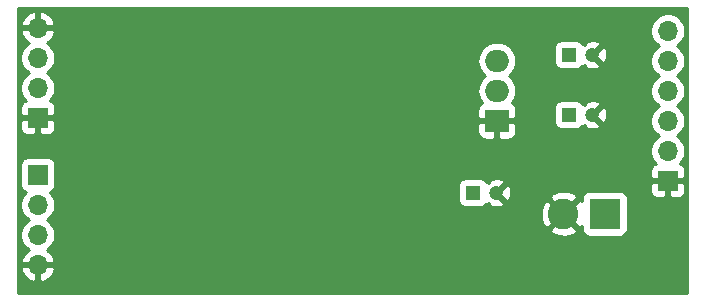
<source format=gbr>
G04 #@! TF.GenerationSoftware,KiCad,Pcbnew,5.1.5+dfsg1-2build2*
G04 #@! TF.CreationDate,2020-08-14T16:11:21+02:00*
G04 #@! TF.ProjectId,carrierboard_aisler,63617272-6965-4726-926f-6172645f6169,1*
G04 #@! TF.SameCoordinates,Original*
G04 #@! TF.FileFunction,Copper,L2,Bot*
G04 #@! TF.FilePolarity,Positive*
%FSLAX46Y46*%
G04 Gerber Fmt 4.6, Leading zero omitted, Abs format (unit mm)*
G04 Created by KiCad (PCBNEW 5.1.5+dfsg1-2build2) date 2020-08-14 16:11:21*
%MOMM*%
%LPD*%
G04 APERTURE LIST*
%ADD10O,1.700000X1.700000*%
%ADD11R,1.700000X1.700000*%
%ADD12O,2.000000X1.905000*%
%ADD13R,2.000000X1.905000*%
%ADD14C,2.600000*%
%ADD15R,2.600000X2.600000*%
%ADD16C,1.200000*%
%ADD17R,1.200000X1.200000*%
%ADD18C,0.800000*%
%ADD19C,0.254000*%
G04 APERTURE END LIST*
D10*
X150114000Y-94488000D03*
X150114000Y-97028000D03*
X150114000Y-99568000D03*
X150114000Y-102108000D03*
X150114000Y-104648000D03*
D11*
X150114000Y-107188000D03*
D10*
X96774000Y-94234000D03*
X96774000Y-96774000D03*
X96774000Y-99314000D03*
D11*
X96774000Y-101854000D03*
D10*
X96774000Y-114300000D03*
X96774000Y-111760000D03*
X96774000Y-109220000D03*
D11*
X96774000Y-106680000D03*
D12*
X135636000Y-97028000D03*
X135636000Y-99568000D03*
D13*
X135636000Y-102108000D03*
D14*
X141280000Y-109982000D03*
D15*
X144780000Y-109982000D03*
D16*
X143732000Y-101600000D03*
D17*
X141732000Y-101600000D03*
D16*
X135604000Y-108204000D03*
D17*
X133604000Y-108204000D03*
D16*
X143732000Y-96520000D03*
D17*
X141732000Y-96520000D03*
D18*
X126746000Y-111252000D03*
D19*
G36*
X151765000Y-116713000D02*
G01*
X95123000Y-116713000D01*
X95123000Y-114656890D01*
X95332524Y-114656890D01*
X95377175Y-114804099D01*
X95502359Y-115066920D01*
X95676412Y-115300269D01*
X95892645Y-115495178D01*
X96142748Y-115644157D01*
X96417109Y-115741481D01*
X96647000Y-115620814D01*
X96647000Y-114427000D01*
X96901000Y-114427000D01*
X96901000Y-115620814D01*
X97130891Y-115741481D01*
X97405252Y-115644157D01*
X97655355Y-115495178D01*
X97871588Y-115300269D01*
X98045641Y-115066920D01*
X98170825Y-114804099D01*
X98215476Y-114656890D01*
X98094155Y-114427000D01*
X96901000Y-114427000D01*
X96647000Y-114427000D01*
X95453845Y-114427000D01*
X95332524Y-114656890D01*
X95123000Y-114656890D01*
X95123000Y-105830000D01*
X95285928Y-105830000D01*
X95285928Y-107530000D01*
X95298188Y-107654482D01*
X95334498Y-107774180D01*
X95393463Y-107884494D01*
X95472815Y-107981185D01*
X95569506Y-108060537D01*
X95679820Y-108119502D01*
X95752380Y-108141513D01*
X95620525Y-108273368D01*
X95458010Y-108516589D01*
X95346068Y-108786842D01*
X95289000Y-109073740D01*
X95289000Y-109366260D01*
X95346068Y-109653158D01*
X95458010Y-109923411D01*
X95620525Y-110166632D01*
X95827368Y-110373475D01*
X96001760Y-110490000D01*
X95827368Y-110606525D01*
X95620525Y-110813368D01*
X95458010Y-111056589D01*
X95346068Y-111326842D01*
X95289000Y-111613740D01*
X95289000Y-111906260D01*
X95346068Y-112193158D01*
X95458010Y-112463411D01*
X95620525Y-112706632D01*
X95827368Y-112913475D01*
X96009534Y-113035195D01*
X95892645Y-113104822D01*
X95676412Y-113299731D01*
X95502359Y-113533080D01*
X95377175Y-113795901D01*
X95332524Y-113943110D01*
X95453845Y-114173000D01*
X96647000Y-114173000D01*
X96647000Y-114153000D01*
X96901000Y-114153000D01*
X96901000Y-114173000D01*
X98094155Y-114173000D01*
X98215476Y-113943110D01*
X98170825Y-113795901D01*
X98045641Y-113533080D01*
X97871588Y-113299731D01*
X97655355Y-113104822D01*
X97538466Y-113035195D01*
X97720632Y-112913475D01*
X97927475Y-112706632D01*
X98089990Y-112463411D01*
X98201932Y-112193158D01*
X98259000Y-111906260D01*
X98259000Y-111613740D01*
X98202804Y-111331224D01*
X140110381Y-111331224D01*
X140242317Y-111626312D01*
X140583045Y-111797159D01*
X140950557Y-111898250D01*
X141330729Y-111925701D01*
X141708951Y-111878457D01*
X142070690Y-111758333D01*
X142317683Y-111626312D01*
X142449619Y-111331224D01*
X141280000Y-110161605D01*
X140110381Y-111331224D01*
X98202804Y-111331224D01*
X98201932Y-111326842D01*
X98089990Y-111056589D01*
X97927475Y-110813368D01*
X97720632Y-110606525D01*
X97546240Y-110490000D01*
X97720632Y-110373475D01*
X97927475Y-110166632D01*
X98016946Y-110032729D01*
X139336299Y-110032729D01*
X139383543Y-110410951D01*
X139503667Y-110772690D01*
X139635688Y-111019683D01*
X139930776Y-111151619D01*
X141100395Y-109982000D01*
X141459605Y-109982000D01*
X142629224Y-111151619D01*
X142841928Y-111056517D01*
X142841928Y-111282000D01*
X142854188Y-111406482D01*
X142890498Y-111526180D01*
X142949463Y-111636494D01*
X143028815Y-111733185D01*
X143125506Y-111812537D01*
X143235820Y-111871502D01*
X143355518Y-111907812D01*
X143480000Y-111920072D01*
X146080000Y-111920072D01*
X146204482Y-111907812D01*
X146324180Y-111871502D01*
X146434494Y-111812537D01*
X146531185Y-111733185D01*
X146610537Y-111636494D01*
X146669502Y-111526180D01*
X146705812Y-111406482D01*
X146718072Y-111282000D01*
X146718072Y-108682000D01*
X146705812Y-108557518D01*
X146669502Y-108437820D01*
X146610537Y-108327506D01*
X146531185Y-108230815D01*
X146434494Y-108151463D01*
X146324180Y-108092498D01*
X146204482Y-108056188D01*
X146080000Y-108043928D01*
X143480000Y-108043928D01*
X143355518Y-108056188D01*
X143235820Y-108092498D01*
X143125506Y-108151463D01*
X143028815Y-108230815D01*
X142949463Y-108327506D01*
X142890498Y-108437820D01*
X142854188Y-108557518D01*
X142841928Y-108682000D01*
X142841928Y-108907483D01*
X142629224Y-108812381D01*
X141459605Y-109982000D01*
X141100395Y-109982000D01*
X139930776Y-108812381D01*
X139635688Y-108944317D01*
X139464841Y-109285045D01*
X139363750Y-109652557D01*
X139336299Y-110032729D01*
X98016946Y-110032729D01*
X98089990Y-109923411D01*
X98201932Y-109653158D01*
X98259000Y-109366260D01*
X98259000Y-109073740D01*
X98201932Y-108786842D01*
X98089990Y-108516589D01*
X97927475Y-108273368D01*
X97795620Y-108141513D01*
X97868180Y-108119502D01*
X97978494Y-108060537D01*
X98075185Y-107981185D01*
X98154537Y-107884494D01*
X98213502Y-107774180D01*
X98249812Y-107654482D01*
X98254783Y-107604000D01*
X132365928Y-107604000D01*
X132365928Y-108804000D01*
X132378188Y-108928482D01*
X132414498Y-109048180D01*
X132473463Y-109158494D01*
X132552815Y-109255185D01*
X132649506Y-109334537D01*
X132759820Y-109393502D01*
X132879518Y-109429812D01*
X133004000Y-109442072D01*
X134204000Y-109442072D01*
X134328482Y-109429812D01*
X134448180Y-109393502D01*
X134558494Y-109334537D01*
X134655185Y-109255185D01*
X134734537Y-109158494D01*
X134758858Y-109112994D01*
X134816736Y-109170872D01*
X134933842Y-109053766D01*
X134981148Y-109277348D01*
X135202516Y-109378237D01*
X135439313Y-109434000D01*
X135682438Y-109442495D01*
X135922549Y-109403395D01*
X136150418Y-109318202D01*
X136226852Y-109277348D01*
X136274159Y-109053764D01*
X135604000Y-108383605D01*
X135589858Y-108397748D01*
X135410253Y-108218143D01*
X135424395Y-108204000D01*
X135783605Y-108204000D01*
X136453764Y-108874159D01*
X136677348Y-108826852D01*
X136765798Y-108632776D01*
X140110381Y-108632776D01*
X141280000Y-109802395D01*
X142449619Y-108632776D01*
X142317683Y-108337688D01*
X141976955Y-108166841D01*
X141609443Y-108065750D01*
X141229271Y-108038299D01*
X140851049Y-108085543D01*
X140489310Y-108205667D01*
X140242317Y-108337688D01*
X140110381Y-108632776D01*
X136765798Y-108632776D01*
X136778237Y-108605484D01*
X136834000Y-108368687D01*
X136842495Y-108125562D01*
X136828237Y-108038000D01*
X148625928Y-108038000D01*
X148638188Y-108162482D01*
X148674498Y-108282180D01*
X148733463Y-108392494D01*
X148812815Y-108489185D01*
X148909506Y-108568537D01*
X149019820Y-108627502D01*
X149139518Y-108663812D01*
X149264000Y-108676072D01*
X149828250Y-108673000D01*
X149987000Y-108514250D01*
X149987000Y-107315000D01*
X150241000Y-107315000D01*
X150241000Y-108514250D01*
X150399750Y-108673000D01*
X150964000Y-108676072D01*
X151088482Y-108663812D01*
X151208180Y-108627502D01*
X151318494Y-108568537D01*
X151415185Y-108489185D01*
X151494537Y-108392494D01*
X151553502Y-108282180D01*
X151589812Y-108162482D01*
X151602072Y-108038000D01*
X151599000Y-107473750D01*
X151440250Y-107315000D01*
X150241000Y-107315000D01*
X149987000Y-107315000D01*
X148787750Y-107315000D01*
X148629000Y-107473750D01*
X148625928Y-108038000D01*
X136828237Y-108038000D01*
X136803395Y-107885451D01*
X136718202Y-107657582D01*
X136677348Y-107581148D01*
X136453764Y-107533841D01*
X135783605Y-108204000D01*
X135424395Y-108204000D01*
X135410253Y-108189858D01*
X135589858Y-108010253D01*
X135604000Y-108024395D01*
X136274159Y-107354236D01*
X136226852Y-107130652D01*
X136005484Y-107029763D01*
X135768687Y-106974000D01*
X135525562Y-106965505D01*
X135285451Y-107004605D01*
X135057582Y-107089798D01*
X134981148Y-107130652D01*
X134933842Y-107354234D01*
X134816736Y-107237128D01*
X134758858Y-107295006D01*
X134734537Y-107249506D01*
X134655185Y-107152815D01*
X134558494Y-107073463D01*
X134448180Y-107014498D01*
X134328482Y-106978188D01*
X134204000Y-106965928D01*
X133004000Y-106965928D01*
X132879518Y-106978188D01*
X132759820Y-107014498D01*
X132649506Y-107073463D01*
X132552815Y-107152815D01*
X132473463Y-107249506D01*
X132414498Y-107359820D01*
X132378188Y-107479518D01*
X132365928Y-107604000D01*
X98254783Y-107604000D01*
X98262072Y-107530000D01*
X98262072Y-106338000D01*
X148625928Y-106338000D01*
X148629000Y-106902250D01*
X148787750Y-107061000D01*
X149987000Y-107061000D01*
X149987000Y-107041000D01*
X150241000Y-107041000D01*
X150241000Y-107061000D01*
X151440250Y-107061000D01*
X151599000Y-106902250D01*
X151602072Y-106338000D01*
X151589812Y-106213518D01*
X151553502Y-106093820D01*
X151494537Y-105983506D01*
X151415185Y-105886815D01*
X151318494Y-105807463D01*
X151208180Y-105748498D01*
X151135620Y-105726487D01*
X151267475Y-105594632D01*
X151429990Y-105351411D01*
X151541932Y-105081158D01*
X151599000Y-104794260D01*
X151599000Y-104501740D01*
X151541932Y-104214842D01*
X151429990Y-103944589D01*
X151267475Y-103701368D01*
X151060632Y-103494525D01*
X150886240Y-103378000D01*
X151060632Y-103261475D01*
X151267475Y-103054632D01*
X151429990Y-102811411D01*
X151541932Y-102541158D01*
X151599000Y-102254260D01*
X151599000Y-101961740D01*
X151541932Y-101674842D01*
X151429990Y-101404589D01*
X151267475Y-101161368D01*
X151060632Y-100954525D01*
X150886240Y-100838000D01*
X151060632Y-100721475D01*
X151267475Y-100514632D01*
X151429990Y-100271411D01*
X151541932Y-100001158D01*
X151599000Y-99714260D01*
X151599000Y-99421740D01*
X151541932Y-99134842D01*
X151429990Y-98864589D01*
X151267475Y-98621368D01*
X151060632Y-98414525D01*
X150886240Y-98298000D01*
X151060632Y-98181475D01*
X151267475Y-97974632D01*
X151429990Y-97731411D01*
X151541932Y-97461158D01*
X151599000Y-97174260D01*
X151599000Y-96881740D01*
X151541932Y-96594842D01*
X151429990Y-96324589D01*
X151267475Y-96081368D01*
X151060632Y-95874525D01*
X150886240Y-95758000D01*
X151060632Y-95641475D01*
X151267475Y-95434632D01*
X151429990Y-95191411D01*
X151541932Y-94921158D01*
X151599000Y-94634260D01*
X151599000Y-94341740D01*
X151541932Y-94054842D01*
X151429990Y-93784589D01*
X151267475Y-93541368D01*
X151060632Y-93334525D01*
X150817411Y-93172010D01*
X150547158Y-93060068D01*
X150260260Y-93003000D01*
X149967740Y-93003000D01*
X149680842Y-93060068D01*
X149410589Y-93172010D01*
X149167368Y-93334525D01*
X148960525Y-93541368D01*
X148798010Y-93784589D01*
X148686068Y-94054842D01*
X148629000Y-94341740D01*
X148629000Y-94634260D01*
X148686068Y-94921158D01*
X148798010Y-95191411D01*
X148960525Y-95434632D01*
X149167368Y-95641475D01*
X149341760Y-95758000D01*
X149167368Y-95874525D01*
X148960525Y-96081368D01*
X148798010Y-96324589D01*
X148686068Y-96594842D01*
X148629000Y-96881740D01*
X148629000Y-97174260D01*
X148686068Y-97461158D01*
X148798010Y-97731411D01*
X148960525Y-97974632D01*
X149167368Y-98181475D01*
X149341760Y-98298000D01*
X149167368Y-98414525D01*
X148960525Y-98621368D01*
X148798010Y-98864589D01*
X148686068Y-99134842D01*
X148629000Y-99421740D01*
X148629000Y-99714260D01*
X148686068Y-100001158D01*
X148798010Y-100271411D01*
X148960525Y-100514632D01*
X149167368Y-100721475D01*
X149341760Y-100838000D01*
X149167368Y-100954525D01*
X148960525Y-101161368D01*
X148798010Y-101404589D01*
X148686068Y-101674842D01*
X148629000Y-101961740D01*
X148629000Y-102254260D01*
X148686068Y-102541158D01*
X148798010Y-102811411D01*
X148960525Y-103054632D01*
X149167368Y-103261475D01*
X149341760Y-103378000D01*
X149167368Y-103494525D01*
X148960525Y-103701368D01*
X148798010Y-103944589D01*
X148686068Y-104214842D01*
X148629000Y-104501740D01*
X148629000Y-104794260D01*
X148686068Y-105081158D01*
X148798010Y-105351411D01*
X148960525Y-105594632D01*
X149092380Y-105726487D01*
X149019820Y-105748498D01*
X148909506Y-105807463D01*
X148812815Y-105886815D01*
X148733463Y-105983506D01*
X148674498Y-106093820D01*
X148638188Y-106213518D01*
X148625928Y-106338000D01*
X98262072Y-106338000D01*
X98262072Y-105830000D01*
X98249812Y-105705518D01*
X98213502Y-105585820D01*
X98154537Y-105475506D01*
X98075185Y-105378815D01*
X97978494Y-105299463D01*
X97868180Y-105240498D01*
X97748482Y-105204188D01*
X97624000Y-105191928D01*
X95924000Y-105191928D01*
X95799518Y-105204188D01*
X95679820Y-105240498D01*
X95569506Y-105299463D01*
X95472815Y-105378815D01*
X95393463Y-105475506D01*
X95334498Y-105585820D01*
X95298188Y-105705518D01*
X95285928Y-105830000D01*
X95123000Y-105830000D01*
X95123000Y-102704000D01*
X95285928Y-102704000D01*
X95298188Y-102828482D01*
X95334498Y-102948180D01*
X95393463Y-103058494D01*
X95472815Y-103155185D01*
X95569506Y-103234537D01*
X95679820Y-103293502D01*
X95799518Y-103329812D01*
X95924000Y-103342072D01*
X96488250Y-103339000D01*
X96647000Y-103180250D01*
X96647000Y-101981000D01*
X96901000Y-101981000D01*
X96901000Y-103180250D01*
X97059750Y-103339000D01*
X97624000Y-103342072D01*
X97748482Y-103329812D01*
X97868180Y-103293502D01*
X97978494Y-103234537D01*
X98075185Y-103155185D01*
X98152890Y-103060500D01*
X133997928Y-103060500D01*
X134010188Y-103184982D01*
X134046498Y-103304680D01*
X134105463Y-103414994D01*
X134184815Y-103511685D01*
X134281506Y-103591037D01*
X134391820Y-103650002D01*
X134511518Y-103686312D01*
X134636000Y-103698572D01*
X135350250Y-103695500D01*
X135509000Y-103536750D01*
X135509000Y-102235000D01*
X135763000Y-102235000D01*
X135763000Y-103536750D01*
X135921750Y-103695500D01*
X136636000Y-103698572D01*
X136760482Y-103686312D01*
X136880180Y-103650002D01*
X136990494Y-103591037D01*
X137087185Y-103511685D01*
X137166537Y-103414994D01*
X137225502Y-103304680D01*
X137261812Y-103184982D01*
X137274072Y-103060500D01*
X137271000Y-102393750D01*
X137112250Y-102235000D01*
X135763000Y-102235000D01*
X135509000Y-102235000D01*
X134159750Y-102235000D01*
X134001000Y-102393750D01*
X133997928Y-103060500D01*
X98152890Y-103060500D01*
X98154537Y-103058494D01*
X98213502Y-102948180D01*
X98249812Y-102828482D01*
X98262072Y-102704000D01*
X98259000Y-102139750D01*
X98100250Y-101981000D01*
X96901000Y-101981000D01*
X96647000Y-101981000D01*
X95447750Y-101981000D01*
X95289000Y-102139750D01*
X95285928Y-102704000D01*
X95123000Y-102704000D01*
X95123000Y-101004000D01*
X95285928Y-101004000D01*
X95289000Y-101568250D01*
X95447750Y-101727000D01*
X96647000Y-101727000D01*
X96647000Y-101707000D01*
X96901000Y-101707000D01*
X96901000Y-101727000D01*
X98100250Y-101727000D01*
X98259000Y-101568250D01*
X98262072Y-101004000D01*
X98249812Y-100879518D01*
X98213502Y-100759820D01*
X98154537Y-100649506D01*
X98075185Y-100552815D01*
X97978494Y-100473463D01*
X97868180Y-100414498D01*
X97795620Y-100392487D01*
X97927475Y-100260632D01*
X98089990Y-100017411D01*
X98201932Y-99747158D01*
X98259000Y-99460260D01*
X98259000Y-99167740D01*
X98201932Y-98880842D01*
X98089990Y-98610589D01*
X97927475Y-98367368D01*
X97720632Y-98160525D01*
X97546240Y-98044000D01*
X97720632Y-97927475D01*
X97927475Y-97720632D01*
X98089990Y-97477411D01*
X98201932Y-97207158D01*
X98237569Y-97028000D01*
X133993319Y-97028000D01*
X134023970Y-97339204D01*
X134114745Y-97638449D01*
X134262155Y-97914235D01*
X134460537Y-98155963D01*
X134633609Y-98298000D01*
X134460537Y-98440037D01*
X134262155Y-98681765D01*
X134114745Y-98957551D01*
X134023970Y-99256796D01*
X133993319Y-99568000D01*
X134023970Y-99879204D01*
X134114745Y-100178449D01*
X134262155Y-100454235D01*
X134365446Y-100580095D01*
X134281506Y-100624963D01*
X134184815Y-100704315D01*
X134105463Y-100801006D01*
X134046498Y-100911320D01*
X134010188Y-101031018D01*
X133997928Y-101155500D01*
X134001000Y-101822250D01*
X134159750Y-101981000D01*
X135509000Y-101981000D01*
X135509000Y-101961000D01*
X135763000Y-101961000D01*
X135763000Y-101981000D01*
X137112250Y-101981000D01*
X137271000Y-101822250D01*
X137274072Y-101155500D01*
X137261812Y-101031018D01*
X137252403Y-101000000D01*
X140493928Y-101000000D01*
X140493928Y-102200000D01*
X140506188Y-102324482D01*
X140542498Y-102444180D01*
X140601463Y-102554494D01*
X140680815Y-102651185D01*
X140777506Y-102730537D01*
X140887820Y-102789502D01*
X141007518Y-102825812D01*
X141132000Y-102838072D01*
X142332000Y-102838072D01*
X142456482Y-102825812D01*
X142576180Y-102789502D01*
X142686494Y-102730537D01*
X142783185Y-102651185D01*
X142862537Y-102554494D01*
X142886858Y-102508994D01*
X142944736Y-102566872D01*
X143061842Y-102449766D01*
X143109148Y-102673348D01*
X143330516Y-102774237D01*
X143567313Y-102830000D01*
X143810438Y-102838495D01*
X144050549Y-102799395D01*
X144278418Y-102714202D01*
X144354852Y-102673348D01*
X144402159Y-102449764D01*
X143732000Y-101779605D01*
X143717858Y-101793748D01*
X143538253Y-101614143D01*
X143552395Y-101600000D01*
X143911605Y-101600000D01*
X144581764Y-102270159D01*
X144805348Y-102222852D01*
X144906237Y-102001484D01*
X144962000Y-101764687D01*
X144970495Y-101521562D01*
X144931395Y-101281451D01*
X144846202Y-101053582D01*
X144805348Y-100977148D01*
X144581764Y-100929841D01*
X143911605Y-101600000D01*
X143552395Y-101600000D01*
X143538253Y-101585858D01*
X143717858Y-101406253D01*
X143732000Y-101420395D01*
X144402159Y-100750236D01*
X144354852Y-100526652D01*
X144133484Y-100425763D01*
X143896687Y-100370000D01*
X143653562Y-100361505D01*
X143413451Y-100400605D01*
X143185582Y-100485798D01*
X143109148Y-100526652D01*
X143061842Y-100750234D01*
X142944736Y-100633128D01*
X142886858Y-100691006D01*
X142862537Y-100645506D01*
X142783185Y-100548815D01*
X142686494Y-100469463D01*
X142576180Y-100410498D01*
X142456482Y-100374188D01*
X142332000Y-100361928D01*
X141132000Y-100361928D01*
X141007518Y-100374188D01*
X140887820Y-100410498D01*
X140777506Y-100469463D01*
X140680815Y-100548815D01*
X140601463Y-100645506D01*
X140542498Y-100755820D01*
X140506188Y-100875518D01*
X140493928Y-101000000D01*
X137252403Y-101000000D01*
X137225502Y-100911320D01*
X137166537Y-100801006D01*
X137087185Y-100704315D01*
X136990494Y-100624963D01*
X136906554Y-100580095D01*
X137009845Y-100454235D01*
X137157255Y-100178449D01*
X137248030Y-99879204D01*
X137278681Y-99568000D01*
X137248030Y-99256796D01*
X137157255Y-98957551D01*
X137009845Y-98681765D01*
X136811463Y-98440037D01*
X136638391Y-98298000D01*
X136811463Y-98155963D01*
X137009845Y-97914235D01*
X137157255Y-97638449D01*
X137248030Y-97339204D01*
X137278681Y-97028000D01*
X137248030Y-96716796D01*
X137157255Y-96417551D01*
X137009845Y-96141765D01*
X136827847Y-95920000D01*
X140493928Y-95920000D01*
X140493928Y-97120000D01*
X140506188Y-97244482D01*
X140542498Y-97364180D01*
X140601463Y-97474494D01*
X140680815Y-97571185D01*
X140777506Y-97650537D01*
X140887820Y-97709502D01*
X141007518Y-97745812D01*
X141132000Y-97758072D01*
X142332000Y-97758072D01*
X142456482Y-97745812D01*
X142576180Y-97709502D01*
X142686494Y-97650537D01*
X142783185Y-97571185D01*
X142862537Y-97474494D01*
X142886858Y-97428994D01*
X142944736Y-97486872D01*
X143061842Y-97369766D01*
X143109148Y-97593348D01*
X143330516Y-97694237D01*
X143567313Y-97750000D01*
X143810438Y-97758495D01*
X144050549Y-97719395D01*
X144278418Y-97634202D01*
X144354852Y-97593348D01*
X144402159Y-97369764D01*
X143732000Y-96699605D01*
X143717858Y-96713748D01*
X143538253Y-96534143D01*
X143552395Y-96520000D01*
X143911605Y-96520000D01*
X144581764Y-97190159D01*
X144805348Y-97142852D01*
X144906237Y-96921484D01*
X144962000Y-96684687D01*
X144970495Y-96441562D01*
X144931395Y-96201451D01*
X144846202Y-95973582D01*
X144805348Y-95897148D01*
X144581764Y-95849841D01*
X143911605Y-96520000D01*
X143552395Y-96520000D01*
X143538253Y-96505858D01*
X143717858Y-96326253D01*
X143732000Y-96340395D01*
X144402159Y-95670236D01*
X144354852Y-95446652D01*
X144133484Y-95345763D01*
X143896687Y-95290000D01*
X143653562Y-95281505D01*
X143413451Y-95320605D01*
X143185582Y-95405798D01*
X143109148Y-95446652D01*
X143061842Y-95670234D01*
X142944736Y-95553128D01*
X142886858Y-95611006D01*
X142862537Y-95565506D01*
X142783185Y-95468815D01*
X142686494Y-95389463D01*
X142576180Y-95330498D01*
X142456482Y-95294188D01*
X142332000Y-95281928D01*
X141132000Y-95281928D01*
X141007518Y-95294188D01*
X140887820Y-95330498D01*
X140777506Y-95389463D01*
X140680815Y-95468815D01*
X140601463Y-95565506D01*
X140542498Y-95675820D01*
X140506188Y-95795518D01*
X140493928Y-95920000D01*
X136827847Y-95920000D01*
X136811463Y-95900037D01*
X136569735Y-95701655D01*
X136293949Y-95554245D01*
X135994704Y-95463470D01*
X135761486Y-95440500D01*
X135510514Y-95440500D01*
X135277296Y-95463470D01*
X134978051Y-95554245D01*
X134702265Y-95701655D01*
X134460537Y-95900037D01*
X134262155Y-96141765D01*
X134114745Y-96417551D01*
X134023970Y-96716796D01*
X133993319Y-97028000D01*
X98237569Y-97028000D01*
X98259000Y-96920260D01*
X98259000Y-96627740D01*
X98201932Y-96340842D01*
X98089990Y-96070589D01*
X97927475Y-95827368D01*
X97720632Y-95620525D01*
X97538466Y-95498805D01*
X97655355Y-95429178D01*
X97871588Y-95234269D01*
X98045641Y-95000920D01*
X98170825Y-94738099D01*
X98215476Y-94590890D01*
X98094155Y-94361000D01*
X96901000Y-94361000D01*
X96901000Y-94381000D01*
X96647000Y-94381000D01*
X96647000Y-94361000D01*
X95453845Y-94361000D01*
X95332524Y-94590890D01*
X95377175Y-94738099D01*
X95502359Y-95000920D01*
X95676412Y-95234269D01*
X95892645Y-95429178D01*
X96009534Y-95498805D01*
X95827368Y-95620525D01*
X95620525Y-95827368D01*
X95458010Y-96070589D01*
X95346068Y-96340842D01*
X95289000Y-96627740D01*
X95289000Y-96920260D01*
X95346068Y-97207158D01*
X95458010Y-97477411D01*
X95620525Y-97720632D01*
X95827368Y-97927475D01*
X96001760Y-98044000D01*
X95827368Y-98160525D01*
X95620525Y-98367368D01*
X95458010Y-98610589D01*
X95346068Y-98880842D01*
X95289000Y-99167740D01*
X95289000Y-99460260D01*
X95346068Y-99747158D01*
X95458010Y-100017411D01*
X95620525Y-100260632D01*
X95752380Y-100392487D01*
X95679820Y-100414498D01*
X95569506Y-100473463D01*
X95472815Y-100552815D01*
X95393463Y-100649506D01*
X95334498Y-100759820D01*
X95298188Y-100879518D01*
X95285928Y-101004000D01*
X95123000Y-101004000D01*
X95123000Y-93877110D01*
X95332524Y-93877110D01*
X95453845Y-94107000D01*
X96647000Y-94107000D01*
X96647000Y-92913186D01*
X96901000Y-92913186D01*
X96901000Y-94107000D01*
X98094155Y-94107000D01*
X98215476Y-93877110D01*
X98170825Y-93729901D01*
X98045641Y-93467080D01*
X97871588Y-93233731D01*
X97655355Y-93038822D01*
X97405252Y-92889843D01*
X97130891Y-92792519D01*
X96901000Y-92913186D01*
X96647000Y-92913186D01*
X96417109Y-92792519D01*
X96142748Y-92889843D01*
X95892645Y-93038822D01*
X95676412Y-93233731D01*
X95502359Y-93467080D01*
X95377175Y-93729901D01*
X95332524Y-93877110D01*
X95123000Y-93877110D01*
X95123000Y-92583000D01*
X151765000Y-92583000D01*
X151765000Y-116713000D01*
G37*
X151765000Y-116713000D02*
X95123000Y-116713000D01*
X95123000Y-114656890D01*
X95332524Y-114656890D01*
X95377175Y-114804099D01*
X95502359Y-115066920D01*
X95676412Y-115300269D01*
X95892645Y-115495178D01*
X96142748Y-115644157D01*
X96417109Y-115741481D01*
X96647000Y-115620814D01*
X96647000Y-114427000D01*
X96901000Y-114427000D01*
X96901000Y-115620814D01*
X97130891Y-115741481D01*
X97405252Y-115644157D01*
X97655355Y-115495178D01*
X97871588Y-115300269D01*
X98045641Y-115066920D01*
X98170825Y-114804099D01*
X98215476Y-114656890D01*
X98094155Y-114427000D01*
X96901000Y-114427000D01*
X96647000Y-114427000D01*
X95453845Y-114427000D01*
X95332524Y-114656890D01*
X95123000Y-114656890D01*
X95123000Y-105830000D01*
X95285928Y-105830000D01*
X95285928Y-107530000D01*
X95298188Y-107654482D01*
X95334498Y-107774180D01*
X95393463Y-107884494D01*
X95472815Y-107981185D01*
X95569506Y-108060537D01*
X95679820Y-108119502D01*
X95752380Y-108141513D01*
X95620525Y-108273368D01*
X95458010Y-108516589D01*
X95346068Y-108786842D01*
X95289000Y-109073740D01*
X95289000Y-109366260D01*
X95346068Y-109653158D01*
X95458010Y-109923411D01*
X95620525Y-110166632D01*
X95827368Y-110373475D01*
X96001760Y-110490000D01*
X95827368Y-110606525D01*
X95620525Y-110813368D01*
X95458010Y-111056589D01*
X95346068Y-111326842D01*
X95289000Y-111613740D01*
X95289000Y-111906260D01*
X95346068Y-112193158D01*
X95458010Y-112463411D01*
X95620525Y-112706632D01*
X95827368Y-112913475D01*
X96009534Y-113035195D01*
X95892645Y-113104822D01*
X95676412Y-113299731D01*
X95502359Y-113533080D01*
X95377175Y-113795901D01*
X95332524Y-113943110D01*
X95453845Y-114173000D01*
X96647000Y-114173000D01*
X96647000Y-114153000D01*
X96901000Y-114153000D01*
X96901000Y-114173000D01*
X98094155Y-114173000D01*
X98215476Y-113943110D01*
X98170825Y-113795901D01*
X98045641Y-113533080D01*
X97871588Y-113299731D01*
X97655355Y-113104822D01*
X97538466Y-113035195D01*
X97720632Y-112913475D01*
X97927475Y-112706632D01*
X98089990Y-112463411D01*
X98201932Y-112193158D01*
X98259000Y-111906260D01*
X98259000Y-111613740D01*
X98202804Y-111331224D01*
X140110381Y-111331224D01*
X140242317Y-111626312D01*
X140583045Y-111797159D01*
X140950557Y-111898250D01*
X141330729Y-111925701D01*
X141708951Y-111878457D01*
X142070690Y-111758333D01*
X142317683Y-111626312D01*
X142449619Y-111331224D01*
X141280000Y-110161605D01*
X140110381Y-111331224D01*
X98202804Y-111331224D01*
X98201932Y-111326842D01*
X98089990Y-111056589D01*
X97927475Y-110813368D01*
X97720632Y-110606525D01*
X97546240Y-110490000D01*
X97720632Y-110373475D01*
X97927475Y-110166632D01*
X98016946Y-110032729D01*
X139336299Y-110032729D01*
X139383543Y-110410951D01*
X139503667Y-110772690D01*
X139635688Y-111019683D01*
X139930776Y-111151619D01*
X141100395Y-109982000D01*
X141459605Y-109982000D01*
X142629224Y-111151619D01*
X142841928Y-111056517D01*
X142841928Y-111282000D01*
X142854188Y-111406482D01*
X142890498Y-111526180D01*
X142949463Y-111636494D01*
X143028815Y-111733185D01*
X143125506Y-111812537D01*
X143235820Y-111871502D01*
X143355518Y-111907812D01*
X143480000Y-111920072D01*
X146080000Y-111920072D01*
X146204482Y-111907812D01*
X146324180Y-111871502D01*
X146434494Y-111812537D01*
X146531185Y-111733185D01*
X146610537Y-111636494D01*
X146669502Y-111526180D01*
X146705812Y-111406482D01*
X146718072Y-111282000D01*
X146718072Y-108682000D01*
X146705812Y-108557518D01*
X146669502Y-108437820D01*
X146610537Y-108327506D01*
X146531185Y-108230815D01*
X146434494Y-108151463D01*
X146324180Y-108092498D01*
X146204482Y-108056188D01*
X146080000Y-108043928D01*
X143480000Y-108043928D01*
X143355518Y-108056188D01*
X143235820Y-108092498D01*
X143125506Y-108151463D01*
X143028815Y-108230815D01*
X142949463Y-108327506D01*
X142890498Y-108437820D01*
X142854188Y-108557518D01*
X142841928Y-108682000D01*
X142841928Y-108907483D01*
X142629224Y-108812381D01*
X141459605Y-109982000D01*
X141100395Y-109982000D01*
X139930776Y-108812381D01*
X139635688Y-108944317D01*
X139464841Y-109285045D01*
X139363750Y-109652557D01*
X139336299Y-110032729D01*
X98016946Y-110032729D01*
X98089990Y-109923411D01*
X98201932Y-109653158D01*
X98259000Y-109366260D01*
X98259000Y-109073740D01*
X98201932Y-108786842D01*
X98089990Y-108516589D01*
X97927475Y-108273368D01*
X97795620Y-108141513D01*
X97868180Y-108119502D01*
X97978494Y-108060537D01*
X98075185Y-107981185D01*
X98154537Y-107884494D01*
X98213502Y-107774180D01*
X98249812Y-107654482D01*
X98254783Y-107604000D01*
X132365928Y-107604000D01*
X132365928Y-108804000D01*
X132378188Y-108928482D01*
X132414498Y-109048180D01*
X132473463Y-109158494D01*
X132552815Y-109255185D01*
X132649506Y-109334537D01*
X132759820Y-109393502D01*
X132879518Y-109429812D01*
X133004000Y-109442072D01*
X134204000Y-109442072D01*
X134328482Y-109429812D01*
X134448180Y-109393502D01*
X134558494Y-109334537D01*
X134655185Y-109255185D01*
X134734537Y-109158494D01*
X134758858Y-109112994D01*
X134816736Y-109170872D01*
X134933842Y-109053766D01*
X134981148Y-109277348D01*
X135202516Y-109378237D01*
X135439313Y-109434000D01*
X135682438Y-109442495D01*
X135922549Y-109403395D01*
X136150418Y-109318202D01*
X136226852Y-109277348D01*
X136274159Y-109053764D01*
X135604000Y-108383605D01*
X135589858Y-108397748D01*
X135410253Y-108218143D01*
X135424395Y-108204000D01*
X135783605Y-108204000D01*
X136453764Y-108874159D01*
X136677348Y-108826852D01*
X136765798Y-108632776D01*
X140110381Y-108632776D01*
X141280000Y-109802395D01*
X142449619Y-108632776D01*
X142317683Y-108337688D01*
X141976955Y-108166841D01*
X141609443Y-108065750D01*
X141229271Y-108038299D01*
X140851049Y-108085543D01*
X140489310Y-108205667D01*
X140242317Y-108337688D01*
X140110381Y-108632776D01*
X136765798Y-108632776D01*
X136778237Y-108605484D01*
X136834000Y-108368687D01*
X136842495Y-108125562D01*
X136828237Y-108038000D01*
X148625928Y-108038000D01*
X148638188Y-108162482D01*
X148674498Y-108282180D01*
X148733463Y-108392494D01*
X148812815Y-108489185D01*
X148909506Y-108568537D01*
X149019820Y-108627502D01*
X149139518Y-108663812D01*
X149264000Y-108676072D01*
X149828250Y-108673000D01*
X149987000Y-108514250D01*
X149987000Y-107315000D01*
X150241000Y-107315000D01*
X150241000Y-108514250D01*
X150399750Y-108673000D01*
X150964000Y-108676072D01*
X151088482Y-108663812D01*
X151208180Y-108627502D01*
X151318494Y-108568537D01*
X151415185Y-108489185D01*
X151494537Y-108392494D01*
X151553502Y-108282180D01*
X151589812Y-108162482D01*
X151602072Y-108038000D01*
X151599000Y-107473750D01*
X151440250Y-107315000D01*
X150241000Y-107315000D01*
X149987000Y-107315000D01*
X148787750Y-107315000D01*
X148629000Y-107473750D01*
X148625928Y-108038000D01*
X136828237Y-108038000D01*
X136803395Y-107885451D01*
X136718202Y-107657582D01*
X136677348Y-107581148D01*
X136453764Y-107533841D01*
X135783605Y-108204000D01*
X135424395Y-108204000D01*
X135410253Y-108189858D01*
X135589858Y-108010253D01*
X135604000Y-108024395D01*
X136274159Y-107354236D01*
X136226852Y-107130652D01*
X136005484Y-107029763D01*
X135768687Y-106974000D01*
X135525562Y-106965505D01*
X135285451Y-107004605D01*
X135057582Y-107089798D01*
X134981148Y-107130652D01*
X134933842Y-107354234D01*
X134816736Y-107237128D01*
X134758858Y-107295006D01*
X134734537Y-107249506D01*
X134655185Y-107152815D01*
X134558494Y-107073463D01*
X134448180Y-107014498D01*
X134328482Y-106978188D01*
X134204000Y-106965928D01*
X133004000Y-106965928D01*
X132879518Y-106978188D01*
X132759820Y-107014498D01*
X132649506Y-107073463D01*
X132552815Y-107152815D01*
X132473463Y-107249506D01*
X132414498Y-107359820D01*
X132378188Y-107479518D01*
X132365928Y-107604000D01*
X98254783Y-107604000D01*
X98262072Y-107530000D01*
X98262072Y-106338000D01*
X148625928Y-106338000D01*
X148629000Y-106902250D01*
X148787750Y-107061000D01*
X149987000Y-107061000D01*
X149987000Y-107041000D01*
X150241000Y-107041000D01*
X150241000Y-107061000D01*
X151440250Y-107061000D01*
X151599000Y-106902250D01*
X151602072Y-106338000D01*
X151589812Y-106213518D01*
X151553502Y-106093820D01*
X151494537Y-105983506D01*
X151415185Y-105886815D01*
X151318494Y-105807463D01*
X151208180Y-105748498D01*
X151135620Y-105726487D01*
X151267475Y-105594632D01*
X151429990Y-105351411D01*
X151541932Y-105081158D01*
X151599000Y-104794260D01*
X151599000Y-104501740D01*
X151541932Y-104214842D01*
X151429990Y-103944589D01*
X151267475Y-103701368D01*
X151060632Y-103494525D01*
X150886240Y-103378000D01*
X151060632Y-103261475D01*
X151267475Y-103054632D01*
X151429990Y-102811411D01*
X151541932Y-102541158D01*
X151599000Y-102254260D01*
X151599000Y-101961740D01*
X151541932Y-101674842D01*
X151429990Y-101404589D01*
X151267475Y-101161368D01*
X151060632Y-100954525D01*
X150886240Y-100838000D01*
X151060632Y-100721475D01*
X151267475Y-100514632D01*
X151429990Y-100271411D01*
X151541932Y-100001158D01*
X151599000Y-99714260D01*
X151599000Y-99421740D01*
X151541932Y-99134842D01*
X151429990Y-98864589D01*
X151267475Y-98621368D01*
X151060632Y-98414525D01*
X150886240Y-98298000D01*
X151060632Y-98181475D01*
X151267475Y-97974632D01*
X151429990Y-97731411D01*
X151541932Y-97461158D01*
X151599000Y-97174260D01*
X151599000Y-96881740D01*
X151541932Y-96594842D01*
X151429990Y-96324589D01*
X151267475Y-96081368D01*
X151060632Y-95874525D01*
X150886240Y-95758000D01*
X151060632Y-95641475D01*
X151267475Y-95434632D01*
X151429990Y-95191411D01*
X151541932Y-94921158D01*
X151599000Y-94634260D01*
X151599000Y-94341740D01*
X151541932Y-94054842D01*
X151429990Y-93784589D01*
X151267475Y-93541368D01*
X151060632Y-93334525D01*
X150817411Y-93172010D01*
X150547158Y-93060068D01*
X150260260Y-93003000D01*
X149967740Y-93003000D01*
X149680842Y-93060068D01*
X149410589Y-93172010D01*
X149167368Y-93334525D01*
X148960525Y-93541368D01*
X148798010Y-93784589D01*
X148686068Y-94054842D01*
X148629000Y-94341740D01*
X148629000Y-94634260D01*
X148686068Y-94921158D01*
X148798010Y-95191411D01*
X148960525Y-95434632D01*
X149167368Y-95641475D01*
X149341760Y-95758000D01*
X149167368Y-95874525D01*
X148960525Y-96081368D01*
X148798010Y-96324589D01*
X148686068Y-96594842D01*
X148629000Y-96881740D01*
X148629000Y-97174260D01*
X148686068Y-97461158D01*
X148798010Y-97731411D01*
X148960525Y-97974632D01*
X149167368Y-98181475D01*
X149341760Y-98298000D01*
X149167368Y-98414525D01*
X148960525Y-98621368D01*
X148798010Y-98864589D01*
X148686068Y-99134842D01*
X148629000Y-99421740D01*
X148629000Y-99714260D01*
X148686068Y-100001158D01*
X148798010Y-100271411D01*
X148960525Y-100514632D01*
X149167368Y-100721475D01*
X149341760Y-100838000D01*
X149167368Y-100954525D01*
X148960525Y-101161368D01*
X148798010Y-101404589D01*
X148686068Y-101674842D01*
X148629000Y-101961740D01*
X148629000Y-102254260D01*
X148686068Y-102541158D01*
X148798010Y-102811411D01*
X148960525Y-103054632D01*
X149167368Y-103261475D01*
X149341760Y-103378000D01*
X149167368Y-103494525D01*
X148960525Y-103701368D01*
X148798010Y-103944589D01*
X148686068Y-104214842D01*
X148629000Y-104501740D01*
X148629000Y-104794260D01*
X148686068Y-105081158D01*
X148798010Y-105351411D01*
X148960525Y-105594632D01*
X149092380Y-105726487D01*
X149019820Y-105748498D01*
X148909506Y-105807463D01*
X148812815Y-105886815D01*
X148733463Y-105983506D01*
X148674498Y-106093820D01*
X148638188Y-106213518D01*
X148625928Y-106338000D01*
X98262072Y-106338000D01*
X98262072Y-105830000D01*
X98249812Y-105705518D01*
X98213502Y-105585820D01*
X98154537Y-105475506D01*
X98075185Y-105378815D01*
X97978494Y-105299463D01*
X97868180Y-105240498D01*
X97748482Y-105204188D01*
X97624000Y-105191928D01*
X95924000Y-105191928D01*
X95799518Y-105204188D01*
X95679820Y-105240498D01*
X95569506Y-105299463D01*
X95472815Y-105378815D01*
X95393463Y-105475506D01*
X95334498Y-105585820D01*
X95298188Y-105705518D01*
X95285928Y-105830000D01*
X95123000Y-105830000D01*
X95123000Y-102704000D01*
X95285928Y-102704000D01*
X95298188Y-102828482D01*
X95334498Y-102948180D01*
X95393463Y-103058494D01*
X95472815Y-103155185D01*
X95569506Y-103234537D01*
X95679820Y-103293502D01*
X95799518Y-103329812D01*
X95924000Y-103342072D01*
X96488250Y-103339000D01*
X96647000Y-103180250D01*
X96647000Y-101981000D01*
X96901000Y-101981000D01*
X96901000Y-103180250D01*
X97059750Y-103339000D01*
X97624000Y-103342072D01*
X97748482Y-103329812D01*
X97868180Y-103293502D01*
X97978494Y-103234537D01*
X98075185Y-103155185D01*
X98152890Y-103060500D01*
X133997928Y-103060500D01*
X134010188Y-103184982D01*
X134046498Y-103304680D01*
X134105463Y-103414994D01*
X134184815Y-103511685D01*
X134281506Y-103591037D01*
X134391820Y-103650002D01*
X134511518Y-103686312D01*
X134636000Y-103698572D01*
X135350250Y-103695500D01*
X135509000Y-103536750D01*
X135509000Y-102235000D01*
X135763000Y-102235000D01*
X135763000Y-103536750D01*
X135921750Y-103695500D01*
X136636000Y-103698572D01*
X136760482Y-103686312D01*
X136880180Y-103650002D01*
X136990494Y-103591037D01*
X137087185Y-103511685D01*
X137166537Y-103414994D01*
X137225502Y-103304680D01*
X137261812Y-103184982D01*
X137274072Y-103060500D01*
X137271000Y-102393750D01*
X137112250Y-102235000D01*
X135763000Y-102235000D01*
X135509000Y-102235000D01*
X134159750Y-102235000D01*
X134001000Y-102393750D01*
X133997928Y-103060500D01*
X98152890Y-103060500D01*
X98154537Y-103058494D01*
X98213502Y-102948180D01*
X98249812Y-102828482D01*
X98262072Y-102704000D01*
X98259000Y-102139750D01*
X98100250Y-101981000D01*
X96901000Y-101981000D01*
X96647000Y-101981000D01*
X95447750Y-101981000D01*
X95289000Y-102139750D01*
X95285928Y-102704000D01*
X95123000Y-102704000D01*
X95123000Y-101004000D01*
X95285928Y-101004000D01*
X95289000Y-101568250D01*
X95447750Y-101727000D01*
X96647000Y-101727000D01*
X96647000Y-101707000D01*
X96901000Y-101707000D01*
X96901000Y-101727000D01*
X98100250Y-101727000D01*
X98259000Y-101568250D01*
X98262072Y-101004000D01*
X98249812Y-100879518D01*
X98213502Y-100759820D01*
X98154537Y-100649506D01*
X98075185Y-100552815D01*
X97978494Y-100473463D01*
X97868180Y-100414498D01*
X97795620Y-100392487D01*
X97927475Y-100260632D01*
X98089990Y-100017411D01*
X98201932Y-99747158D01*
X98259000Y-99460260D01*
X98259000Y-99167740D01*
X98201932Y-98880842D01*
X98089990Y-98610589D01*
X97927475Y-98367368D01*
X97720632Y-98160525D01*
X97546240Y-98044000D01*
X97720632Y-97927475D01*
X97927475Y-97720632D01*
X98089990Y-97477411D01*
X98201932Y-97207158D01*
X98237569Y-97028000D01*
X133993319Y-97028000D01*
X134023970Y-97339204D01*
X134114745Y-97638449D01*
X134262155Y-97914235D01*
X134460537Y-98155963D01*
X134633609Y-98298000D01*
X134460537Y-98440037D01*
X134262155Y-98681765D01*
X134114745Y-98957551D01*
X134023970Y-99256796D01*
X133993319Y-99568000D01*
X134023970Y-99879204D01*
X134114745Y-100178449D01*
X134262155Y-100454235D01*
X134365446Y-100580095D01*
X134281506Y-100624963D01*
X134184815Y-100704315D01*
X134105463Y-100801006D01*
X134046498Y-100911320D01*
X134010188Y-101031018D01*
X133997928Y-101155500D01*
X134001000Y-101822250D01*
X134159750Y-101981000D01*
X135509000Y-101981000D01*
X135509000Y-101961000D01*
X135763000Y-101961000D01*
X135763000Y-101981000D01*
X137112250Y-101981000D01*
X137271000Y-101822250D01*
X137274072Y-101155500D01*
X137261812Y-101031018D01*
X137252403Y-101000000D01*
X140493928Y-101000000D01*
X140493928Y-102200000D01*
X140506188Y-102324482D01*
X140542498Y-102444180D01*
X140601463Y-102554494D01*
X140680815Y-102651185D01*
X140777506Y-102730537D01*
X140887820Y-102789502D01*
X141007518Y-102825812D01*
X141132000Y-102838072D01*
X142332000Y-102838072D01*
X142456482Y-102825812D01*
X142576180Y-102789502D01*
X142686494Y-102730537D01*
X142783185Y-102651185D01*
X142862537Y-102554494D01*
X142886858Y-102508994D01*
X142944736Y-102566872D01*
X143061842Y-102449766D01*
X143109148Y-102673348D01*
X143330516Y-102774237D01*
X143567313Y-102830000D01*
X143810438Y-102838495D01*
X144050549Y-102799395D01*
X144278418Y-102714202D01*
X144354852Y-102673348D01*
X144402159Y-102449764D01*
X143732000Y-101779605D01*
X143717858Y-101793748D01*
X143538253Y-101614143D01*
X143552395Y-101600000D01*
X143911605Y-101600000D01*
X144581764Y-102270159D01*
X144805348Y-102222852D01*
X144906237Y-102001484D01*
X144962000Y-101764687D01*
X144970495Y-101521562D01*
X144931395Y-101281451D01*
X144846202Y-101053582D01*
X144805348Y-100977148D01*
X144581764Y-100929841D01*
X143911605Y-101600000D01*
X143552395Y-101600000D01*
X143538253Y-101585858D01*
X143717858Y-101406253D01*
X143732000Y-101420395D01*
X144402159Y-100750236D01*
X144354852Y-100526652D01*
X144133484Y-100425763D01*
X143896687Y-100370000D01*
X143653562Y-100361505D01*
X143413451Y-100400605D01*
X143185582Y-100485798D01*
X143109148Y-100526652D01*
X143061842Y-100750234D01*
X142944736Y-100633128D01*
X142886858Y-100691006D01*
X142862537Y-100645506D01*
X142783185Y-100548815D01*
X142686494Y-100469463D01*
X142576180Y-100410498D01*
X142456482Y-100374188D01*
X142332000Y-100361928D01*
X141132000Y-100361928D01*
X141007518Y-100374188D01*
X140887820Y-100410498D01*
X140777506Y-100469463D01*
X140680815Y-100548815D01*
X140601463Y-100645506D01*
X140542498Y-100755820D01*
X140506188Y-100875518D01*
X140493928Y-101000000D01*
X137252403Y-101000000D01*
X137225502Y-100911320D01*
X137166537Y-100801006D01*
X137087185Y-100704315D01*
X136990494Y-100624963D01*
X136906554Y-100580095D01*
X137009845Y-100454235D01*
X137157255Y-100178449D01*
X137248030Y-99879204D01*
X137278681Y-99568000D01*
X137248030Y-99256796D01*
X137157255Y-98957551D01*
X137009845Y-98681765D01*
X136811463Y-98440037D01*
X136638391Y-98298000D01*
X136811463Y-98155963D01*
X137009845Y-97914235D01*
X137157255Y-97638449D01*
X137248030Y-97339204D01*
X137278681Y-97028000D01*
X137248030Y-96716796D01*
X137157255Y-96417551D01*
X137009845Y-96141765D01*
X136827847Y-95920000D01*
X140493928Y-95920000D01*
X140493928Y-97120000D01*
X140506188Y-97244482D01*
X140542498Y-97364180D01*
X140601463Y-97474494D01*
X140680815Y-97571185D01*
X140777506Y-97650537D01*
X140887820Y-97709502D01*
X141007518Y-97745812D01*
X141132000Y-97758072D01*
X142332000Y-97758072D01*
X142456482Y-97745812D01*
X142576180Y-97709502D01*
X142686494Y-97650537D01*
X142783185Y-97571185D01*
X142862537Y-97474494D01*
X142886858Y-97428994D01*
X142944736Y-97486872D01*
X143061842Y-97369766D01*
X143109148Y-97593348D01*
X143330516Y-97694237D01*
X143567313Y-97750000D01*
X143810438Y-97758495D01*
X144050549Y-97719395D01*
X144278418Y-97634202D01*
X144354852Y-97593348D01*
X144402159Y-97369764D01*
X143732000Y-96699605D01*
X143717858Y-96713748D01*
X143538253Y-96534143D01*
X143552395Y-96520000D01*
X143911605Y-96520000D01*
X144581764Y-97190159D01*
X144805348Y-97142852D01*
X144906237Y-96921484D01*
X144962000Y-96684687D01*
X144970495Y-96441562D01*
X144931395Y-96201451D01*
X144846202Y-95973582D01*
X144805348Y-95897148D01*
X144581764Y-95849841D01*
X143911605Y-96520000D01*
X143552395Y-96520000D01*
X143538253Y-96505858D01*
X143717858Y-96326253D01*
X143732000Y-96340395D01*
X144402159Y-95670236D01*
X144354852Y-95446652D01*
X144133484Y-95345763D01*
X143896687Y-95290000D01*
X143653562Y-95281505D01*
X143413451Y-95320605D01*
X143185582Y-95405798D01*
X143109148Y-95446652D01*
X143061842Y-95670234D01*
X142944736Y-95553128D01*
X142886858Y-95611006D01*
X142862537Y-95565506D01*
X142783185Y-95468815D01*
X142686494Y-95389463D01*
X142576180Y-95330498D01*
X142456482Y-95294188D01*
X142332000Y-95281928D01*
X141132000Y-95281928D01*
X141007518Y-95294188D01*
X140887820Y-95330498D01*
X140777506Y-95389463D01*
X140680815Y-95468815D01*
X140601463Y-95565506D01*
X140542498Y-95675820D01*
X140506188Y-95795518D01*
X140493928Y-95920000D01*
X136827847Y-95920000D01*
X136811463Y-95900037D01*
X136569735Y-95701655D01*
X136293949Y-95554245D01*
X135994704Y-95463470D01*
X135761486Y-95440500D01*
X135510514Y-95440500D01*
X135277296Y-95463470D01*
X134978051Y-95554245D01*
X134702265Y-95701655D01*
X134460537Y-95900037D01*
X134262155Y-96141765D01*
X134114745Y-96417551D01*
X134023970Y-96716796D01*
X133993319Y-97028000D01*
X98237569Y-97028000D01*
X98259000Y-96920260D01*
X98259000Y-96627740D01*
X98201932Y-96340842D01*
X98089990Y-96070589D01*
X97927475Y-95827368D01*
X97720632Y-95620525D01*
X97538466Y-95498805D01*
X97655355Y-95429178D01*
X97871588Y-95234269D01*
X98045641Y-95000920D01*
X98170825Y-94738099D01*
X98215476Y-94590890D01*
X98094155Y-94361000D01*
X96901000Y-94361000D01*
X96901000Y-94381000D01*
X96647000Y-94381000D01*
X96647000Y-94361000D01*
X95453845Y-94361000D01*
X95332524Y-94590890D01*
X95377175Y-94738099D01*
X95502359Y-95000920D01*
X95676412Y-95234269D01*
X95892645Y-95429178D01*
X96009534Y-95498805D01*
X95827368Y-95620525D01*
X95620525Y-95827368D01*
X95458010Y-96070589D01*
X95346068Y-96340842D01*
X95289000Y-96627740D01*
X95289000Y-96920260D01*
X95346068Y-97207158D01*
X95458010Y-97477411D01*
X95620525Y-97720632D01*
X95827368Y-97927475D01*
X96001760Y-98044000D01*
X95827368Y-98160525D01*
X95620525Y-98367368D01*
X95458010Y-98610589D01*
X95346068Y-98880842D01*
X95289000Y-99167740D01*
X95289000Y-99460260D01*
X95346068Y-99747158D01*
X95458010Y-100017411D01*
X95620525Y-100260632D01*
X95752380Y-100392487D01*
X95679820Y-100414498D01*
X95569506Y-100473463D01*
X95472815Y-100552815D01*
X95393463Y-100649506D01*
X95334498Y-100759820D01*
X95298188Y-100879518D01*
X95285928Y-101004000D01*
X95123000Y-101004000D01*
X95123000Y-93877110D01*
X95332524Y-93877110D01*
X95453845Y-94107000D01*
X96647000Y-94107000D01*
X96647000Y-92913186D01*
X96901000Y-92913186D01*
X96901000Y-94107000D01*
X98094155Y-94107000D01*
X98215476Y-93877110D01*
X98170825Y-93729901D01*
X98045641Y-93467080D01*
X97871588Y-93233731D01*
X97655355Y-93038822D01*
X97405252Y-92889843D01*
X97130891Y-92792519D01*
X96901000Y-92913186D01*
X96647000Y-92913186D01*
X96417109Y-92792519D01*
X96142748Y-92889843D01*
X95892645Y-93038822D01*
X95676412Y-93233731D01*
X95502359Y-93467080D01*
X95377175Y-93729901D01*
X95332524Y-93877110D01*
X95123000Y-93877110D01*
X95123000Y-92583000D01*
X151765000Y-92583000D01*
X151765000Y-116713000D01*
M02*

</source>
